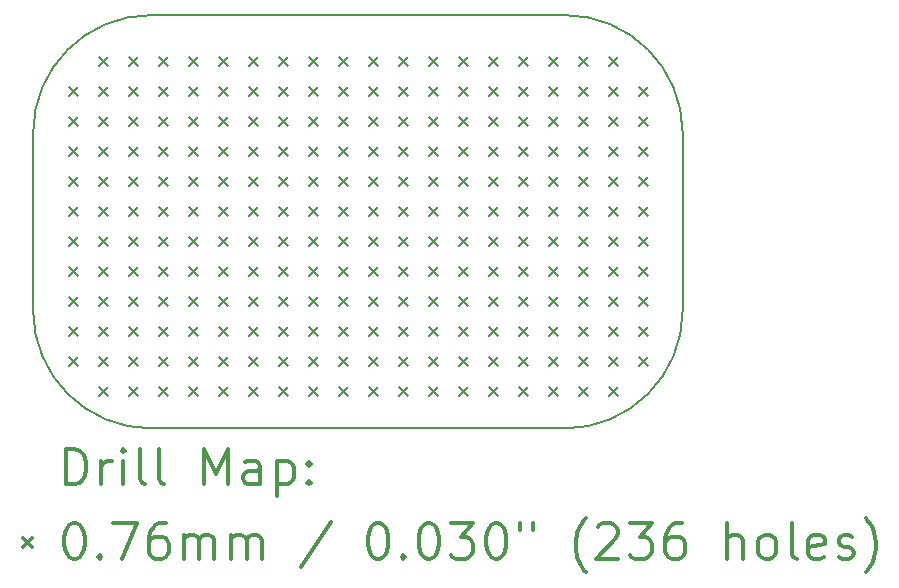
<source format=gbr>
%FSLAX45Y45*%
G04 Gerber Fmt 4.5, Leading zero omitted, Abs format (unit mm)*
G04 Created by KiCad (PCBNEW (5.0.0)) date 12/09/18 19:25:15*
%MOMM*%
%LPD*%
G01*
G04 APERTURE LIST*
%ADD10C,0.150000*%
%ADD11C,0.200000*%
%ADD12C,0.300000*%
G04 APERTURE END LIST*
D10*
X16600110Y-8750360D02*
X13100110Y-8750360D01*
X12100110Y-9750360D02*
X12100110Y-11250360D01*
X13100110Y-12250360D02*
G75*
G02X12100110Y-11250360I0J1000000D01*
G01*
X12100110Y-9750360D02*
G75*
G02X13100110Y-8750360I1000000J0D01*
G01*
X17600110Y-11250360D02*
X17600110Y-9750360D01*
X13100110Y-12250360D02*
X16600110Y-12250360D01*
X17600110Y-11250360D02*
G75*
G02X16600110Y-12250360I-1000000J0D01*
G01*
X16600110Y-8750360D02*
G75*
G02X17600110Y-9750360I0J-1000000D01*
G01*
D11*
X15455900Y-10121900D02*
X15532100Y-10198100D01*
X15532100Y-10121900D02*
X15455900Y-10198100D01*
X15455900Y-10375900D02*
X15532100Y-10452100D01*
X15532100Y-10375900D02*
X15455900Y-10452100D01*
X15455900Y-10629900D02*
X15532100Y-10706100D01*
X15532100Y-10629900D02*
X15455900Y-10706100D01*
X15455900Y-10883900D02*
X15532100Y-10960100D01*
X15532100Y-10883900D02*
X15455900Y-10960100D01*
X14693900Y-10121900D02*
X14770100Y-10198100D01*
X14770100Y-10121900D02*
X14693900Y-10198100D01*
X14693900Y-10375900D02*
X14770100Y-10452100D01*
X14770100Y-10375900D02*
X14693900Y-10452100D01*
X14693900Y-10629900D02*
X14770100Y-10706100D01*
X14770100Y-10629900D02*
X14693900Y-10706100D01*
X14693900Y-10883900D02*
X14770100Y-10960100D01*
X14770100Y-10883900D02*
X14693900Y-10960100D01*
X15201900Y-10121900D02*
X15278100Y-10198100D01*
X15278100Y-10121900D02*
X15201900Y-10198100D01*
X15201900Y-10375900D02*
X15278100Y-10452100D01*
X15278100Y-10375900D02*
X15201900Y-10452100D01*
X15201900Y-10629900D02*
X15278100Y-10706100D01*
X15278100Y-10629900D02*
X15201900Y-10706100D01*
X15201900Y-10883900D02*
X15278100Y-10960100D01*
X15278100Y-10883900D02*
X15201900Y-10960100D01*
X12407900Y-10121900D02*
X12484100Y-10198100D01*
X12484100Y-10121900D02*
X12407900Y-10198100D01*
X12407900Y-10375900D02*
X12484100Y-10452100D01*
X12484100Y-10375900D02*
X12407900Y-10452100D01*
X12407900Y-10629900D02*
X12484100Y-10706100D01*
X12484100Y-10629900D02*
X12407900Y-10706100D01*
X12407900Y-10883900D02*
X12484100Y-10960100D01*
X12484100Y-10883900D02*
X12407900Y-10960100D01*
X17233900Y-11137900D02*
X17310100Y-11214100D01*
X17310100Y-11137900D02*
X17233900Y-11214100D01*
X17233900Y-11391900D02*
X17310100Y-11468100D01*
X17310100Y-11391900D02*
X17233900Y-11468100D01*
X15709900Y-10121900D02*
X15786100Y-10198100D01*
X15786100Y-10121900D02*
X15709900Y-10198100D01*
X15709900Y-10375900D02*
X15786100Y-10452100D01*
X15786100Y-10375900D02*
X15709900Y-10452100D01*
X15709900Y-10629900D02*
X15786100Y-10706100D01*
X15786100Y-10629900D02*
X15709900Y-10706100D01*
X15709900Y-10883900D02*
X15786100Y-10960100D01*
X15786100Y-10883900D02*
X15709900Y-10960100D01*
X13931900Y-10121900D02*
X14008100Y-10198100D01*
X14008100Y-10121900D02*
X13931900Y-10198100D01*
X13931900Y-10375900D02*
X14008100Y-10452100D01*
X14008100Y-10375900D02*
X13931900Y-10452100D01*
X13931900Y-10629900D02*
X14008100Y-10706100D01*
X14008100Y-10629900D02*
X13931900Y-10706100D01*
X13931900Y-10883900D02*
X14008100Y-10960100D01*
X14008100Y-10883900D02*
X13931900Y-10960100D01*
X17233900Y-9613900D02*
X17310100Y-9690100D01*
X17310100Y-9613900D02*
X17233900Y-9690100D01*
X17233900Y-9867900D02*
X17310100Y-9944100D01*
X17310100Y-9867900D02*
X17233900Y-9944100D01*
X13677900Y-10121900D02*
X13754100Y-10198100D01*
X13754100Y-10121900D02*
X13677900Y-10198100D01*
X13677900Y-10375900D02*
X13754100Y-10452100D01*
X13754100Y-10375900D02*
X13677900Y-10452100D01*
X13677900Y-10629900D02*
X13754100Y-10706100D01*
X13754100Y-10629900D02*
X13677900Y-10706100D01*
X13677900Y-10883900D02*
X13754100Y-10960100D01*
X13754100Y-10883900D02*
X13677900Y-10960100D01*
X14439900Y-10121900D02*
X14516100Y-10198100D01*
X14516100Y-10121900D02*
X14439900Y-10198100D01*
X14439900Y-10375900D02*
X14516100Y-10452100D01*
X14516100Y-10375900D02*
X14439900Y-10452100D01*
X14439900Y-10629900D02*
X14516100Y-10706100D01*
X14516100Y-10629900D02*
X14439900Y-10706100D01*
X14439900Y-10883900D02*
X14516100Y-10960100D01*
X14516100Y-10883900D02*
X14439900Y-10960100D01*
X13169900Y-10121900D02*
X13246100Y-10198100D01*
X13246100Y-10121900D02*
X13169900Y-10198100D01*
X13169900Y-10375900D02*
X13246100Y-10452100D01*
X13246100Y-10375900D02*
X13169900Y-10452100D01*
X13169900Y-10629900D02*
X13246100Y-10706100D01*
X13246100Y-10629900D02*
X13169900Y-10706100D01*
X13169900Y-10883900D02*
X13246100Y-10960100D01*
X13246100Y-10883900D02*
X13169900Y-10960100D01*
X16979900Y-10121900D02*
X17056100Y-10198100D01*
X17056100Y-10121900D02*
X16979900Y-10198100D01*
X16979900Y-10375900D02*
X17056100Y-10452100D01*
X17056100Y-10375900D02*
X16979900Y-10452100D01*
X16979900Y-10629900D02*
X17056100Y-10706100D01*
X17056100Y-10629900D02*
X16979900Y-10706100D01*
X16979900Y-10883900D02*
X17056100Y-10960100D01*
X17056100Y-10883900D02*
X16979900Y-10960100D01*
X12915900Y-10121900D02*
X12992100Y-10198100D01*
X12992100Y-10121900D02*
X12915900Y-10198100D01*
X12915900Y-10375900D02*
X12992100Y-10452100D01*
X12992100Y-10375900D02*
X12915900Y-10452100D01*
X12915900Y-10629900D02*
X12992100Y-10706100D01*
X12992100Y-10629900D02*
X12915900Y-10706100D01*
X12915900Y-10883900D02*
X12992100Y-10960100D01*
X12992100Y-10883900D02*
X12915900Y-10960100D01*
X12661900Y-9613900D02*
X12738100Y-9690100D01*
X12738100Y-9613900D02*
X12661900Y-9690100D01*
X12661900Y-9867900D02*
X12738100Y-9944100D01*
X12738100Y-9867900D02*
X12661900Y-9944100D01*
X12915900Y-9613900D02*
X12992100Y-9690100D01*
X12992100Y-9613900D02*
X12915900Y-9690100D01*
X12915900Y-9867900D02*
X12992100Y-9944100D01*
X12992100Y-9867900D02*
X12915900Y-9944100D01*
X13169900Y-9613900D02*
X13246100Y-9690100D01*
X13246100Y-9613900D02*
X13169900Y-9690100D01*
X13169900Y-9867900D02*
X13246100Y-9944100D01*
X13246100Y-9867900D02*
X13169900Y-9944100D01*
X13423900Y-9613900D02*
X13500100Y-9690100D01*
X13500100Y-9613900D02*
X13423900Y-9690100D01*
X13423900Y-9867900D02*
X13500100Y-9944100D01*
X13500100Y-9867900D02*
X13423900Y-9944100D01*
X13677900Y-9613900D02*
X13754100Y-9690100D01*
X13754100Y-9613900D02*
X13677900Y-9690100D01*
X13677900Y-9867900D02*
X13754100Y-9944100D01*
X13754100Y-9867900D02*
X13677900Y-9944100D01*
X13931900Y-9613900D02*
X14008100Y-9690100D01*
X14008100Y-9613900D02*
X13931900Y-9690100D01*
X13931900Y-9867900D02*
X14008100Y-9944100D01*
X14008100Y-9867900D02*
X13931900Y-9944100D01*
X14185900Y-9613900D02*
X14262100Y-9690100D01*
X14262100Y-9613900D02*
X14185900Y-9690100D01*
X14185900Y-9867900D02*
X14262100Y-9944100D01*
X14262100Y-9867900D02*
X14185900Y-9944100D01*
X14439900Y-9613900D02*
X14516100Y-9690100D01*
X14516100Y-9613900D02*
X14439900Y-9690100D01*
X14439900Y-9867900D02*
X14516100Y-9944100D01*
X14516100Y-9867900D02*
X14439900Y-9944100D01*
X14693900Y-9613900D02*
X14770100Y-9690100D01*
X14770100Y-9613900D02*
X14693900Y-9690100D01*
X14693900Y-9867900D02*
X14770100Y-9944100D01*
X14770100Y-9867900D02*
X14693900Y-9944100D01*
X14947900Y-9613900D02*
X15024100Y-9690100D01*
X15024100Y-9613900D02*
X14947900Y-9690100D01*
X14947900Y-9867900D02*
X15024100Y-9944100D01*
X15024100Y-9867900D02*
X14947900Y-9944100D01*
X15201900Y-9613900D02*
X15278100Y-9690100D01*
X15278100Y-9613900D02*
X15201900Y-9690100D01*
X15201900Y-9867900D02*
X15278100Y-9944100D01*
X15278100Y-9867900D02*
X15201900Y-9944100D01*
X15455900Y-9613900D02*
X15532100Y-9690100D01*
X15532100Y-9613900D02*
X15455900Y-9690100D01*
X15455900Y-9867900D02*
X15532100Y-9944100D01*
X15532100Y-9867900D02*
X15455900Y-9944100D01*
X15709900Y-9613900D02*
X15786100Y-9690100D01*
X15786100Y-9613900D02*
X15709900Y-9690100D01*
X15709900Y-9867900D02*
X15786100Y-9944100D01*
X15786100Y-9867900D02*
X15709900Y-9944100D01*
X15963900Y-9613900D02*
X16040100Y-9690100D01*
X16040100Y-9613900D02*
X15963900Y-9690100D01*
X15963900Y-9867900D02*
X16040100Y-9944100D01*
X16040100Y-9867900D02*
X15963900Y-9944100D01*
X16217900Y-9613900D02*
X16294100Y-9690100D01*
X16294100Y-9613900D02*
X16217900Y-9690100D01*
X16217900Y-9867900D02*
X16294100Y-9944100D01*
X16294100Y-9867900D02*
X16217900Y-9944100D01*
X16471900Y-9613900D02*
X16548100Y-9690100D01*
X16548100Y-9613900D02*
X16471900Y-9690100D01*
X16471900Y-9867900D02*
X16548100Y-9944100D01*
X16548100Y-9867900D02*
X16471900Y-9944100D01*
X16725900Y-9613900D02*
X16802100Y-9690100D01*
X16802100Y-9613900D02*
X16725900Y-9690100D01*
X16725900Y-9867900D02*
X16802100Y-9944100D01*
X16802100Y-9867900D02*
X16725900Y-9944100D01*
X16979900Y-9613900D02*
X17056100Y-9690100D01*
X17056100Y-9613900D02*
X16979900Y-9690100D01*
X16979900Y-9867900D02*
X17056100Y-9944100D01*
X17056100Y-9867900D02*
X16979900Y-9944100D01*
X17233900Y-11645900D02*
X17310100Y-11722100D01*
X17310100Y-11645900D02*
X17233900Y-11722100D01*
X12407900Y-11137900D02*
X12484100Y-11214100D01*
X12484100Y-11137900D02*
X12407900Y-11214100D01*
X12407900Y-11391900D02*
X12484100Y-11468100D01*
X12484100Y-11391900D02*
X12407900Y-11468100D01*
X16217900Y-10121900D02*
X16294100Y-10198100D01*
X16294100Y-10121900D02*
X16217900Y-10198100D01*
X16217900Y-10375900D02*
X16294100Y-10452100D01*
X16294100Y-10375900D02*
X16217900Y-10452100D01*
X16217900Y-10629900D02*
X16294100Y-10706100D01*
X16294100Y-10629900D02*
X16217900Y-10706100D01*
X16217900Y-10883900D02*
X16294100Y-10960100D01*
X16294100Y-10883900D02*
X16217900Y-10960100D01*
X15963900Y-10121900D02*
X16040100Y-10198100D01*
X16040100Y-10121900D02*
X15963900Y-10198100D01*
X15963900Y-10375900D02*
X16040100Y-10452100D01*
X16040100Y-10375900D02*
X15963900Y-10452100D01*
X15963900Y-10629900D02*
X16040100Y-10706100D01*
X16040100Y-10629900D02*
X15963900Y-10706100D01*
X15963900Y-10883900D02*
X16040100Y-10960100D01*
X16040100Y-10883900D02*
X15963900Y-10960100D01*
X12661900Y-11137900D02*
X12738100Y-11214100D01*
X12738100Y-11137900D02*
X12661900Y-11214100D01*
X12661900Y-11391900D02*
X12738100Y-11468100D01*
X12738100Y-11391900D02*
X12661900Y-11468100D01*
X12915900Y-11137900D02*
X12992100Y-11214100D01*
X12992100Y-11137900D02*
X12915900Y-11214100D01*
X12915900Y-11391900D02*
X12992100Y-11468100D01*
X12992100Y-11391900D02*
X12915900Y-11468100D01*
X13169900Y-11137900D02*
X13246100Y-11214100D01*
X13246100Y-11137900D02*
X13169900Y-11214100D01*
X13169900Y-11391900D02*
X13246100Y-11468100D01*
X13246100Y-11391900D02*
X13169900Y-11468100D01*
X13423900Y-11137900D02*
X13500100Y-11214100D01*
X13500100Y-11137900D02*
X13423900Y-11214100D01*
X13423900Y-11391900D02*
X13500100Y-11468100D01*
X13500100Y-11391900D02*
X13423900Y-11468100D01*
X13677900Y-11137900D02*
X13754100Y-11214100D01*
X13754100Y-11137900D02*
X13677900Y-11214100D01*
X13677900Y-11391900D02*
X13754100Y-11468100D01*
X13754100Y-11391900D02*
X13677900Y-11468100D01*
X13931900Y-11137900D02*
X14008100Y-11214100D01*
X14008100Y-11137900D02*
X13931900Y-11214100D01*
X13931900Y-11391900D02*
X14008100Y-11468100D01*
X14008100Y-11391900D02*
X13931900Y-11468100D01*
X14185900Y-11137900D02*
X14262100Y-11214100D01*
X14262100Y-11137900D02*
X14185900Y-11214100D01*
X14185900Y-11391900D02*
X14262100Y-11468100D01*
X14262100Y-11391900D02*
X14185900Y-11468100D01*
X14439900Y-11137900D02*
X14516100Y-11214100D01*
X14516100Y-11137900D02*
X14439900Y-11214100D01*
X14439900Y-11391900D02*
X14516100Y-11468100D01*
X14516100Y-11391900D02*
X14439900Y-11468100D01*
X14693900Y-11137900D02*
X14770100Y-11214100D01*
X14770100Y-11137900D02*
X14693900Y-11214100D01*
X14693900Y-11391900D02*
X14770100Y-11468100D01*
X14770100Y-11391900D02*
X14693900Y-11468100D01*
X14947900Y-11137900D02*
X15024100Y-11214100D01*
X15024100Y-11137900D02*
X14947900Y-11214100D01*
X14947900Y-11391900D02*
X15024100Y-11468100D01*
X15024100Y-11391900D02*
X14947900Y-11468100D01*
X15201900Y-11137900D02*
X15278100Y-11214100D01*
X15278100Y-11137900D02*
X15201900Y-11214100D01*
X15201900Y-11391900D02*
X15278100Y-11468100D01*
X15278100Y-11391900D02*
X15201900Y-11468100D01*
X15455900Y-11137900D02*
X15532100Y-11214100D01*
X15532100Y-11137900D02*
X15455900Y-11214100D01*
X15455900Y-11391900D02*
X15532100Y-11468100D01*
X15532100Y-11391900D02*
X15455900Y-11468100D01*
X15709900Y-11137900D02*
X15786100Y-11214100D01*
X15786100Y-11137900D02*
X15709900Y-11214100D01*
X15709900Y-11391900D02*
X15786100Y-11468100D01*
X15786100Y-11391900D02*
X15709900Y-11468100D01*
X15963900Y-11137900D02*
X16040100Y-11214100D01*
X16040100Y-11137900D02*
X15963900Y-11214100D01*
X15963900Y-11391900D02*
X16040100Y-11468100D01*
X16040100Y-11391900D02*
X15963900Y-11468100D01*
X16217900Y-11137900D02*
X16294100Y-11214100D01*
X16294100Y-11137900D02*
X16217900Y-11214100D01*
X16217900Y-11391900D02*
X16294100Y-11468100D01*
X16294100Y-11391900D02*
X16217900Y-11468100D01*
X16471900Y-11137900D02*
X16548100Y-11214100D01*
X16548100Y-11137900D02*
X16471900Y-11214100D01*
X16471900Y-11391900D02*
X16548100Y-11468100D01*
X16548100Y-11391900D02*
X16471900Y-11468100D01*
X16725900Y-11137900D02*
X16802100Y-11214100D01*
X16802100Y-11137900D02*
X16725900Y-11214100D01*
X16725900Y-11391900D02*
X16802100Y-11468100D01*
X16802100Y-11391900D02*
X16725900Y-11468100D01*
X16979900Y-11137900D02*
X17056100Y-11214100D01*
X17056100Y-11137900D02*
X16979900Y-11214100D01*
X16979900Y-11391900D02*
X17056100Y-11468100D01*
X17056100Y-11391900D02*
X16979900Y-11468100D01*
X14185900Y-10121900D02*
X14262100Y-10198100D01*
X14262100Y-10121900D02*
X14185900Y-10198100D01*
X14185900Y-10375900D02*
X14262100Y-10452100D01*
X14262100Y-10375900D02*
X14185900Y-10452100D01*
X14185900Y-10629900D02*
X14262100Y-10706100D01*
X14262100Y-10629900D02*
X14185900Y-10706100D01*
X14185900Y-10883900D02*
X14262100Y-10960100D01*
X14262100Y-10883900D02*
X14185900Y-10960100D01*
X12661900Y-11645900D02*
X12738100Y-11722100D01*
X12738100Y-11645900D02*
X12661900Y-11722100D01*
X12661900Y-11899900D02*
X12738100Y-11976100D01*
X12738100Y-11899900D02*
X12661900Y-11976100D01*
X12915900Y-11645900D02*
X12992100Y-11722100D01*
X12992100Y-11645900D02*
X12915900Y-11722100D01*
X12915900Y-11899900D02*
X12992100Y-11976100D01*
X12992100Y-11899900D02*
X12915900Y-11976100D01*
X13169900Y-11645900D02*
X13246100Y-11722100D01*
X13246100Y-11645900D02*
X13169900Y-11722100D01*
X13169900Y-11899900D02*
X13246100Y-11976100D01*
X13246100Y-11899900D02*
X13169900Y-11976100D01*
X13423900Y-11645900D02*
X13500100Y-11722100D01*
X13500100Y-11645900D02*
X13423900Y-11722100D01*
X13423900Y-11899900D02*
X13500100Y-11976100D01*
X13500100Y-11899900D02*
X13423900Y-11976100D01*
X13677900Y-11645900D02*
X13754100Y-11722100D01*
X13754100Y-11645900D02*
X13677900Y-11722100D01*
X13677900Y-11899900D02*
X13754100Y-11976100D01*
X13754100Y-11899900D02*
X13677900Y-11976100D01*
X13931900Y-11645900D02*
X14008100Y-11722100D01*
X14008100Y-11645900D02*
X13931900Y-11722100D01*
X13931900Y-11899900D02*
X14008100Y-11976100D01*
X14008100Y-11899900D02*
X13931900Y-11976100D01*
X14185900Y-11645900D02*
X14262100Y-11722100D01*
X14262100Y-11645900D02*
X14185900Y-11722100D01*
X14185900Y-11899900D02*
X14262100Y-11976100D01*
X14262100Y-11899900D02*
X14185900Y-11976100D01*
X14439900Y-11645900D02*
X14516100Y-11722100D01*
X14516100Y-11645900D02*
X14439900Y-11722100D01*
X14439900Y-11899900D02*
X14516100Y-11976100D01*
X14516100Y-11899900D02*
X14439900Y-11976100D01*
X14693900Y-11645900D02*
X14770100Y-11722100D01*
X14770100Y-11645900D02*
X14693900Y-11722100D01*
X14693900Y-11899900D02*
X14770100Y-11976100D01*
X14770100Y-11899900D02*
X14693900Y-11976100D01*
X14947900Y-11645900D02*
X15024100Y-11722100D01*
X15024100Y-11645900D02*
X14947900Y-11722100D01*
X14947900Y-11899900D02*
X15024100Y-11976100D01*
X15024100Y-11899900D02*
X14947900Y-11976100D01*
X15201900Y-11645900D02*
X15278100Y-11722100D01*
X15278100Y-11645900D02*
X15201900Y-11722100D01*
X15201900Y-11899900D02*
X15278100Y-11976100D01*
X15278100Y-11899900D02*
X15201900Y-11976100D01*
X15455900Y-11645900D02*
X15532100Y-11722100D01*
X15532100Y-11645900D02*
X15455900Y-11722100D01*
X15455900Y-11899900D02*
X15532100Y-11976100D01*
X15532100Y-11899900D02*
X15455900Y-11976100D01*
X15709900Y-11645900D02*
X15786100Y-11722100D01*
X15786100Y-11645900D02*
X15709900Y-11722100D01*
X15709900Y-11899900D02*
X15786100Y-11976100D01*
X15786100Y-11899900D02*
X15709900Y-11976100D01*
X15963900Y-11645900D02*
X16040100Y-11722100D01*
X16040100Y-11645900D02*
X15963900Y-11722100D01*
X15963900Y-11899900D02*
X16040100Y-11976100D01*
X16040100Y-11899900D02*
X15963900Y-11976100D01*
X16217900Y-11645900D02*
X16294100Y-11722100D01*
X16294100Y-11645900D02*
X16217900Y-11722100D01*
X16217900Y-11899900D02*
X16294100Y-11976100D01*
X16294100Y-11899900D02*
X16217900Y-11976100D01*
X16471900Y-11645900D02*
X16548100Y-11722100D01*
X16548100Y-11645900D02*
X16471900Y-11722100D01*
X16471900Y-11899900D02*
X16548100Y-11976100D01*
X16548100Y-11899900D02*
X16471900Y-11976100D01*
X16725900Y-11645900D02*
X16802100Y-11722100D01*
X16802100Y-11645900D02*
X16725900Y-11722100D01*
X16725900Y-11899900D02*
X16802100Y-11976100D01*
X16802100Y-11899900D02*
X16725900Y-11976100D01*
X16979900Y-11645900D02*
X17056100Y-11722100D01*
X17056100Y-11645900D02*
X16979900Y-11722100D01*
X16979900Y-11899900D02*
X17056100Y-11976100D01*
X17056100Y-11899900D02*
X16979900Y-11976100D01*
X17233900Y-9359900D02*
X17310100Y-9436100D01*
X17310100Y-9359900D02*
X17233900Y-9436100D01*
X12407900Y-9613900D02*
X12484100Y-9690100D01*
X12484100Y-9613900D02*
X12407900Y-9690100D01*
X12407900Y-9867900D02*
X12484100Y-9944100D01*
X12484100Y-9867900D02*
X12407900Y-9944100D01*
X16725900Y-10121900D02*
X16802100Y-10198100D01*
X16802100Y-10121900D02*
X16725900Y-10198100D01*
X16725900Y-10375900D02*
X16802100Y-10452100D01*
X16802100Y-10375900D02*
X16725900Y-10452100D01*
X16725900Y-10629900D02*
X16802100Y-10706100D01*
X16802100Y-10629900D02*
X16725900Y-10706100D01*
X16725900Y-10883900D02*
X16802100Y-10960100D01*
X16802100Y-10883900D02*
X16725900Y-10960100D01*
X12661900Y-10121900D02*
X12738100Y-10198100D01*
X12738100Y-10121900D02*
X12661900Y-10198100D01*
X12661900Y-10375900D02*
X12738100Y-10452100D01*
X12738100Y-10375900D02*
X12661900Y-10452100D01*
X12661900Y-10629900D02*
X12738100Y-10706100D01*
X12738100Y-10629900D02*
X12661900Y-10706100D01*
X12661900Y-10883900D02*
X12738100Y-10960100D01*
X12738100Y-10883900D02*
X12661900Y-10960100D01*
X12407900Y-11645900D02*
X12484100Y-11722100D01*
X12484100Y-11645900D02*
X12407900Y-11722100D01*
X17233900Y-10121900D02*
X17310100Y-10198100D01*
X17310100Y-10121900D02*
X17233900Y-10198100D01*
X17233900Y-10375900D02*
X17310100Y-10452100D01*
X17310100Y-10375900D02*
X17233900Y-10452100D01*
X17233900Y-10629900D02*
X17310100Y-10706100D01*
X17310100Y-10629900D02*
X17233900Y-10706100D01*
X17233900Y-10883900D02*
X17310100Y-10960100D01*
X17310100Y-10883900D02*
X17233900Y-10960100D01*
X16471900Y-10121900D02*
X16548100Y-10198100D01*
X16548100Y-10121900D02*
X16471900Y-10198100D01*
X16471900Y-10375900D02*
X16548100Y-10452100D01*
X16548100Y-10375900D02*
X16471900Y-10452100D01*
X16471900Y-10629900D02*
X16548100Y-10706100D01*
X16548100Y-10629900D02*
X16471900Y-10706100D01*
X16471900Y-10883900D02*
X16548100Y-10960100D01*
X16548100Y-10883900D02*
X16471900Y-10960100D01*
X14947900Y-10121900D02*
X15024100Y-10198100D01*
X15024100Y-10121900D02*
X14947900Y-10198100D01*
X14947900Y-10375900D02*
X15024100Y-10452100D01*
X15024100Y-10375900D02*
X14947900Y-10452100D01*
X14947900Y-10629900D02*
X15024100Y-10706100D01*
X15024100Y-10629900D02*
X14947900Y-10706100D01*
X14947900Y-10883900D02*
X15024100Y-10960100D01*
X15024100Y-10883900D02*
X14947900Y-10960100D01*
X12661900Y-9105900D02*
X12738100Y-9182100D01*
X12738100Y-9105900D02*
X12661900Y-9182100D01*
X12661900Y-9359900D02*
X12738100Y-9436100D01*
X12738100Y-9359900D02*
X12661900Y-9436100D01*
X12915900Y-9105900D02*
X12992100Y-9182100D01*
X12992100Y-9105900D02*
X12915900Y-9182100D01*
X12915900Y-9359900D02*
X12992100Y-9436100D01*
X12992100Y-9359900D02*
X12915900Y-9436100D01*
X13169900Y-9105900D02*
X13246100Y-9182100D01*
X13246100Y-9105900D02*
X13169900Y-9182100D01*
X13169900Y-9359900D02*
X13246100Y-9436100D01*
X13246100Y-9359900D02*
X13169900Y-9436100D01*
X13423900Y-9105900D02*
X13500100Y-9182100D01*
X13500100Y-9105900D02*
X13423900Y-9182100D01*
X13423900Y-9359900D02*
X13500100Y-9436100D01*
X13500100Y-9359900D02*
X13423900Y-9436100D01*
X13677900Y-9105900D02*
X13754100Y-9182100D01*
X13754100Y-9105900D02*
X13677900Y-9182100D01*
X13677900Y-9359900D02*
X13754100Y-9436100D01*
X13754100Y-9359900D02*
X13677900Y-9436100D01*
X13931900Y-9105900D02*
X14008100Y-9182100D01*
X14008100Y-9105900D02*
X13931900Y-9182100D01*
X13931900Y-9359900D02*
X14008100Y-9436100D01*
X14008100Y-9359900D02*
X13931900Y-9436100D01*
X14185900Y-9105900D02*
X14262100Y-9182100D01*
X14262100Y-9105900D02*
X14185900Y-9182100D01*
X14185900Y-9359900D02*
X14262100Y-9436100D01*
X14262100Y-9359900D02*
X14185900Y-9436100D01*
X14439900Y-9105900D02*
X14516100Y-9182100D01*
X14516100Y-9105900D02*
X14439900Y-9182100D01*
X14439900Y-9359900D02*
X14516100Y-9436100D01*
X14516100Y-9359900D02*
X14439900Y-9436100D01*
X14693900Y-9105900D02*
X14770100Y-9182100D01*
X14770100Y-9105900D02*
X14693900Y-9182100D01*
X14693900Y-9359900D02*
X14770100Y-9436100D01*
X14770100Y-9359900D02*
X14693900Y-9436100D01*
X14947900Y-9105900D02*
X15024100Y-9182100D01*
X15024100Y-9105900D02*
X14947900Y-9182100D01*
X14947900Y-9359900D02*
X15024100Y-9436100D01*
X15024100Y-9359900D02*
X14947900Y-9436100D01*
X15201900Y-9105900D02*
X15278100Y-9182100D01*
X15278100Y-9105900D02*
X15201900Y-9182100D01*
X15201900Y-9359900D02*
X15278100Y-9436100D01*
X15278100Y-9359900D02*
X15201900Y-9436100D01*
X15455900Y-9105900D02*
X15532100Y-9182100D01*
X15532100Y-9105900D02*
X15455900Y-9182100D01*
X15455900Y-9359900D02*
X15532100Y-9436100D01*
X15532100Y-9359900D02*
X15455900Y-9436100D01*
X15709900Y-9105900D02*
X15786100Y-9182100D01*
X15786100Y-9105900D02*
X15709900Y-9182100D01*
X15709900Y-9359900D02*
X15786100Y-9436100D01*
X15786100Y-9359900D02*
X15709900Y-9436100D01*
X15963900Y-9105900D02*
X16040100Y-9182100D01*
X16040100Y-9105900D02*
X15963900Y-9182100D01*
X15963900Y-9359900D02*
X16040100Y-9436100D01*
X16040100Y-9359900D02*
X15963900Y-9436100D01*
X16217900Y-9105900D02*
X16294100Y-9182100D01*
X16294100Y-9105900D02*
X16217900Y-9182100D01*
X16217900Y-9359900D02*
X16294100Y-9436100D01*
X16294100Y-9359900D02*
X16217900Y-9436100D01*
X16471900Y-9105900D02*
X16548100Y-9182100D01*
X16548100Y-9105900D02*
X16471900Y-9182100D01*
X16471900Y-9359900D02*
X16548100Y-9436100D01*
X16548100Y-9359900D02*
X16471900Y-9436100D01*
X16725900Y-9105900D02*
X16802100Y-9182100D01*
X16802100Y-9105900D02*
X16725900Y-9182100D01*
X16725900Y-9359900D02*
X16802100Y-9436100D01*
X16802100Y-9359900D02*
X16725900Y-9436100D01*
X16979900Y-9105900D02*
X17056100Y-9182100D01*
X17056100Y-9105900D02*
X16979900Y-9182100D01*
X16979900Y-9359900D02*
X17056100Y-9436100D01*
X17056100Y-9359900D02*
X16979900Y-9436100D01*
X12407900Y-9359900D02*
X12484100Y-9436100D01*
X12484100Y-9359900D02*
X12407900Y-9436100D01*
X13423900Y-10121900D02*
X13500100Y-10198100D01*
X13500100Y-10121900D02*
X13423900Y-10198100D01*
X13423900Y-10375900D02*
X13500100Y-10452100D01*
X13500100Y-10375900D02*
X13423900Y-10452100D01*
X13423900Y-10629900D02*
X13500100Y-10706100D01*
X13500100Y-10629900D02*
X13423900Y-10706100D01*
X13423900Y-10883900D02*
X13500100Y-10960100D01*
X13500100Y-10883900D02*
X13423900Y-10960100D01*
D12*
X12379038Y-12723574D02*
X12379038Y-12423574D01*
X12450467Y-12423574D01*
X12493324Y-12437860D01*
X12521896Y-12466431D01*
X12536181Y-12495003D01*
X12550467Y-12552146D01*
X12550467Y-12595003D01*
X12536181Y-12652146D01*
X12521896Y-12680717D01*
X12493324Y-12709289D01*
X12450467Y-12723574D01*
X12379038Y-12723574D01*
X12679038Y-12723574D02*
X12679038Y-12523574D01*
X12679038Y-12580717D02*
X12693324Y-12552146D01*
X12707610Y-12537860D01*
X12736181Y-12523574D01*
X12764753Y-12523574D01*
X12864753Y-12723574D02*
X12864753Y-12523574D01*
X12864753Y-12423574D02*
X12850467Y-12437860D01*
X12864753Y-12452146D01*
X12879038Y-12437860D01*
X12864753Y-12423574D01*
X12864753Y-12452146D01*
X13050467Y-12723574D02*
X13021896Y-12709289D01*
X13007610Y-12680717D01*
X13007610Y-12423574D01*
X13207610Y-12723574D02*
X13179038Y-12709289D01*
X13164753Y-12680717D01*
X13164753Y-12423574D01*
X13550467Y-12723574D02*
X13550467Y-12423574D01*
X13650467Y-12637860D01*
X13750467Y-12423574D01*
X13750467Y-12723574D01*
X14021896Y-12723574D02*
X14021896Y-12566431D01*
X14007610Y-12537860D01*
X13979038Y-12523574D01*
X13921896Y-12523574D01*
X13893324Y-12537860D01*
X14021896Y-12709289D02*
X13993324Y-12723574D01*
X13921896Y-12723574D01*
X13893324Y-12709289D01*
X13879038Y-12680717D01*
X13879038Y-12652146D01*
X13893324Y-12623574D01*
X13921896Y-12609289D01*
X13993324Y-12609289D01*
X14021896Y-12595003D01*
X14164753Y-12523574D02*
X14164753Y-12823574D01*
X14164753Y-12537860D02*
X14193324Y-12523574D01*
X14250467Y-12523574D01*
X14279038Y-12537860D01*
X14293324Y-12552146D01*
X14307610Y-12580717D01*
X14307610Y-12666431D01*
X14293324Y-12695003D01*
X14279038Y-12709289D01*
X14250467Y-12723574D01*
X14193324Y-12723574D01*
X14164753Y-12709289D01*
X14436181Y-12695003D02*
X14450467Y-12709289D01*
X14436181Y-12723574D01*
X14421896Y-12709289D01*
X14436181Y-12695003D01*
X14436181Y-12723574D01*
X14436181Y-12537860D02*
X14450467Y-12552146D01*
X14436181Y-12566431D01*
X14421896Y-12552146D01*
X14436181Y-12537860D01*
X14436181Y-12566431D01*
X12016410Y-13179760D02*
X12092610Y-13255960D01*
X12092610Y-13179760D02*
X12016410Y-13255960D01*
X12436181Y-13053574D02*
X12464753Y-13053574D01*
X12493324Y-13067860D01*
X12507610Y-13082146D01*
X12521896Y-13110717D01*
X12536181Y-13167860D01*
X12536181Y-13239289D01*
X12521896Y-13296431D01*
X12507610Y-13325003D01*
X12493324Y-13339289D01*
X12464753Y-13353574D01*
X12436181Y-13353574D01*
X12407610Y-13339289D01*
X12393324Y-13325003D01*
X12379038Y-13296431D01*
X12364753Y-13239289D01*
X12364753Y-13167860D01*
X12379038Y-13110717D01*
X12393324Y-13082146D01*
X12407610Y-13067860D01*
X12436181Y-13053574D01*
X12664753Y-13325003D02*
X12679038Y-13339289D01*
X12664753Y-13353574D01*
X12650467Y-13339289D01*
X12664753Y-13325003D01*
X12664753Y-13353574D01*
X12779038Y-13053574D02*
X12979038Y-13053574D01*
X12850467Y-13353574D01*
X13221896Y-13053574D02*
X13164753Y-13053574D01*
X13136181Y-13067860D01*
X13121896Y-13082146D01*
X13093324Y-13125003D01*
X13079038Y-13182146D01*
X13079038Y-13296431D01*
X13093324Y-13325003D01*
X13107610Y-13339289D01*
X13136181Y-13353574D01*
X13193324Y-13353574D01*
X13221896Y-13339289D01*
X13236181Y-13325003D01*
X13250467Y-13296431D01*
X13250467Y-13225003D01*
X13236181Y-13196431D01*
X13221896Y-13182146D01*
X13193324Y-13167860D01*
X13136181Y-13167860D01*
X13107610Y-13182146D01*
X13093324Y-13196431D01*
X13079038Y-13225003D01*
X13379038Y-13353574D02*
X13379038Y-13153574D01*
X13379038Y-13182146D02*
X13393324Y-13167860D01*
X13421896Y-13153574D01*
X13464753Y-13153574D01*
X13493324Y-13167860D01*
X13507610Y-13196431D01*
X13507610Y-13353574D01*
X13507610Y-13196431D02*
X13521896Y-13167860D01*
X13550467Y-13153574D01*
X13593324Y-13153574D01*
X13621896Y-13167860D01*
X13636181Y-13196431D01*
X13636181Y-13353574D01*
X13779038Y-13353574D02*
X13779038Y-13153574D01*
X13779038Y-13182146D02*
X13793324Y-13167860D01*
X13821896Y-13153574D01*
X13864753Y-13153574D01*
X13893324Y-13167860D01*
X13907610Y-13196431D01*
X13907610Y-13353574D01*
X13907610Y-13196431D02*
X13921896Y-13167860D01*
X13950467Y-13153574D01*
X13993324Y-13153574D01*
X14021896Y-13167860D01*
X14036181Y-13196431D01*
X14036181Y-13353574D01*
X14621896Y-13039289D02*
X14364753Y-13425003D01*
X15007610Y-13053574D02*
X15036181Y-13053574D01*
X15064753Y-13067860D01*
X15079038Y-13082146D01*
X15093324Y-13110717D01*
X15107610Y-13167860D01*
X15107610Y-13239289D01*
X15093324Y-13296431D01*
X15079038Y-13325003D01*
X15064753Y-13339289D01*
X15036181Y-13353574D01*
X15007610Y-13353574D01*
X14979038Y-13339289D01*
X14964753Y-13325003D01*
X14950467Y-13296431D01*
X14936181Y-13239289D01*
X14936181Y-13167860D01*
X14950467Y-13110717D01*
X14964753Y-13082146D01*
X14979038Y-13067860D01*
X15007610Y-13053574D01*
X15236181Y-13325003D02*
X15250467Y-13339289D01*
X15236181Y-13353574D01*
X15221896Y-13339289D01*
X15236181Y-13325003D01*
X15236181Y-13353574D01*
X15436181Y-13053574D02*
X15464753Y-13053574D01*
X15493324Y-13067860D01*
X15507610Y-13082146D01*
X15521896Y-13110717D01*
X15536181Y-13167860D01*
X15536181Y-13239289D01*
X15521896Y-13296431D01*
X15507610Y-13325003D01*
X15493324Y-13339289D01*
X15464753Y-13353574D01*
X15436181Y-13353574D01*
X15407610Y-13339289D01*
X15393324Y-13325003D01*
X15379038Y-13296431D01*
X15364753Y-13239289D01*
X15364753Y-13167860D01*
X15379038Y-13110717D01*
X15393324Y-13082146D01*
X15407610Y-13067860D01*
X15436181Y-13053574D01*
X15636181Y-13053574D02*
X15821896Y-13053574D01*
X15721896Y-13167860D01*
X15764753Y-13167860D01*
X15793324Y-13182146D01*
X15807610Y-13196431D01*
X15821896Y-13225003D01*
X15821896Y-13296431D01*
X15807610Y-13325003D01*
X15793324Y-13339289D01*
X15764753Y-13353574D01*
X15679038Y-13353574D01*
X15650467Y-13339289D01*
X15636181Y-13325003D01*
X16007610Y-13053574D02*
X16036181Y-13053574D01*
X16064753Y-13067860D01*
X16079038Y-13082146D01*
X16093324Y-13110717D01*
X16107610Y-13167860D01*
X16107610Y-13239289D01*
X16093324Y-13296431D01*
X16079038Y-13325003D01*
X16064753Y-13339289D01*
X16036181Y-13353574D01*
X16007610Y-13353574D01*
X15979038Y-13339289D01*
X15964753Y-13325003D01*
X15950467Y-13296431D01*
X15936181Y-13239289D01*
X15936181Y-13167860D01*
X15950467Y-13110717D01*
X15964753Y-13082146D01*
X15979038Y-13067860D01*
X16007610Y-13053574D01*
X16221896Y-13053574D02*
X16221896Y-13110717D01*
X16336181Y-13053574D02*
X16336181Y-13110717D01*
X16779038Y-13467860D02*
X16764753Y-13453574D01*
X16736181Y-13410717D01*
X16721896Y-13382146D01*
X16707610Y-13339289D01*
X16693324Y-13267860D01*
X16693324Y-13210717D01*
X16707610Y-13139289D01*
X16721896Y-13096431D01*
X16736181Y-13067860D01*
X16764753Y-13025003D01*
X16779038Y-13010717D01*
X16879038Y-13082146D02*
X16893324Y-13067860D01*
X16921896Y-13053574D01*
X16993324Y-13053574D01*
X17021896Y-13067860D01*
X17036181Y-13082146D01*
X17050467Y-13110717D01*
X17050467Y-13139289D01*
X17036181Y-13182146D01*
X16864753Y-13353574D01*
X17050467Y-13353574D01*
X17150467Y-13053574D02*
X17336181Y-13053574D01*
X17236181Y-13167860D01*
X17279038Y-13167860D01*
X17307610Y-13182146D01*
X17321896Y-13196431D01*
X17336181Y-13225003D01*
X17336181Y-13296431D01*
X17321896Y-13325003D01*
X17307610Y-13339289D01*
X17279038Y-13353574D01*
X17193324Y-13353574D01*
X17164753Y-13339289D01*
X17150467Y-13325003D01*
X17593324Y-13053574D02*
X17536181Y-13053574D01*
X17507610Y-13067860D01*
X17493324Y-13082146D01*
X17464753Y-13125003D01*
X17450467Y-13182146D01*
X17450467Y-13296431D01*
X17464753Y-13325003D01*
X17479038Y-13339289D01*
X17507610Y-13353574D01*
X17564753Y-13353574D01*
X17593324Y-13339289D01*
X17607610Y-13325003D01*
X17621896Y-13296431D01*
X17621896Y-13225003D01*
X17607610Y-13196431D01*
X17593324Y-13182146D01*
X17564753Y-13167860D01*
X17507610Y-13167860D01*
X17479038Y-13182146D01*
X17464753Y-13196431D01*
X17450467Y-13225003D01*
X17979038Y-13353574D02*
X17979038Y-13053574D01*
X18107610Y-13353574D02*
X18107610Y-13196431D01*
X18093324Y-13167860D01*
X18064753Y-13153574D01*
X18021896Y-13153574D01*
X17993324Y-13167860D01*
X17979038Y-13182146D01*
X18293324Y-13353574D02*
X18264753Y-13339289D01*
X18250467Y-13325003D01*
X18236181Y-13296431D01*
X18236181Y-13210717D01*
X18250467Y-13182146D01*
X18264753Y-13167860D01*
X18293324Y-13153574D01*
X18336181Y-13153574D01*
X18364753Y-13167860D01*
X18379038Y-13182146D01*
X18393324Y-13210717D01*
X18393324Y-13296431D01*
X18379038Y-13325003D01*
X18364753Y-13339289D01*
X18336181Y-13353574D01*
X18293324Y-13353574D01*
X18564753Y-13353574D02*
X18536181Y-13339289D01*
X18521896Y-13310717D01*
X18521896Y-13053574D01*
X18793324Y-13339289D02*
X18764753Y-13353574D01*
X18707610Y-13353574D01*
X18679038Y-13339289D01*
X18664753Y-13310717D01*
X18664753Y-13196431D01*
X18679038Y-13167860D01*
X18707610Y-13153574D01*
X18764753Y-13153574D01*
X18793324Y-13167860D01*
X18807610Y-13196431D01*
X18807610Y-13225003D01*
X18664753Y-13253574D01*
X18921896Y-13339289D02*
X18950467Y-13353574D01*
X19007610Y-13353574D01*
X19036181Y-13339289D01*
X19050467Y-13310717D01*
X19050467Y-13296431D01*
X19036181Y-13267860D01*
X19007610Y-13253574D01*
X18964753Y-13253574D01*
X18936181Y-13239289D01*
X18921896Y-13210717D01*
X18921896Y-13196431D01*
X18936181Y-13167860D01*
X18964753Y-13153574D01*
X19007610Y-13153574D01*
X19036181Y-13167860D01*
X19150467Y-13467860D02*
X19164753Y-13453574D01*
X19193324Y-13410717D01*
X19207610Y-13382146D01*
X19221896Y-13339289D01*
X19236181Y-13267860D01*
X19236181Y-13210717D01*
X19221896Y-13139289D01*
X19207610Y-13096431D01*
X19193324Y-13067860D01*
X19164753Y-13025003D01*
X19150467Y-13010717D01*
M02*

</source>
